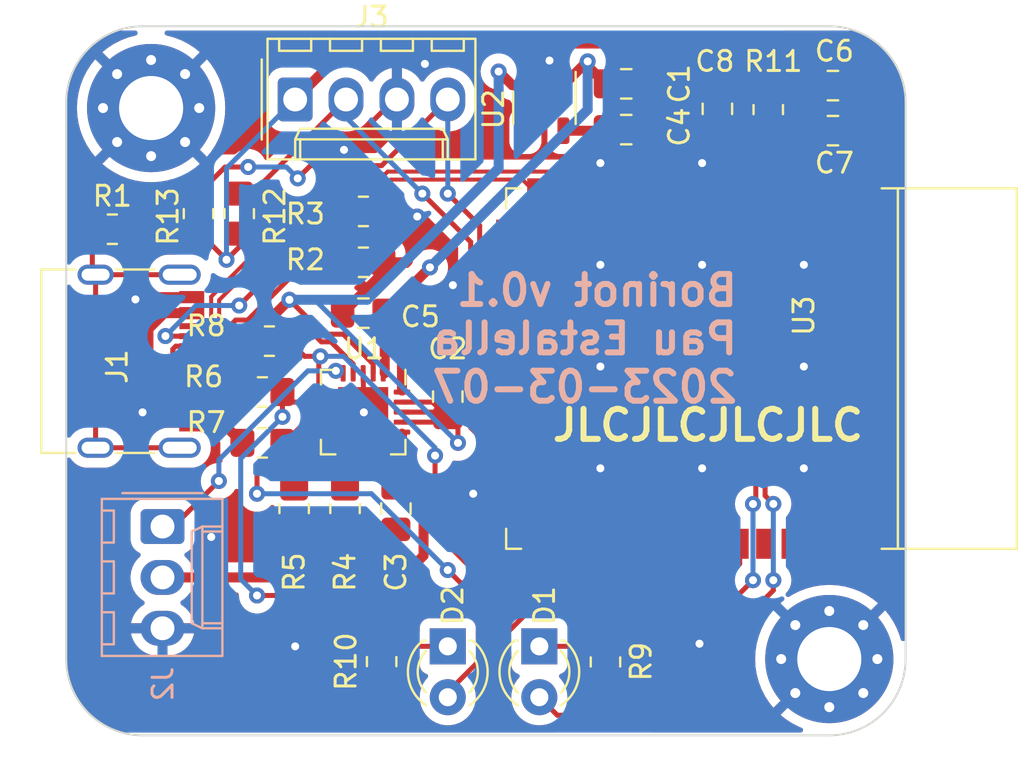
<source format=kicad_pcb>
(kicad_pcb (version 20221018) (generator pcbnew)
  (layers (0 "F.Cu" signal) (31 "B.Cu" signal) (34 "B.Paste" user) (35 "F.Paste" user) (36 "B.SilkS" user "B.Silkscreen") (37 "F.SilkS" user "F.Silkscreen") (38 "B.Mask" user) (39 "F.Mask" user) (44 "Edge.Cuts" user))
  (net 0 "")
  (net 1 "USB_5V")
  (net 2 "VBAT")
  (net 3 "VDD33")
  (net 4 "Net-(D1-K)")
  (net 5 "CHARGE")
  (net 6 "Net-(D2-K)")
  (net 7 "LOW_BAT")
  (net 8 "USB_DP")
  (net 9 "USB_DN")
  (net 12 "Net-(J1-SHIELD)")
  (net 13 "BAT_TEMP")
  (net 14 "ESP_SDA")
  (net 15 "ESP_SCL")
  (net 16 "BAT_PROG1")
  (net 17 "BAT_PROG3")
  (net 18 "BAT_STAT2")
  (net 19 "~{BAT_LBO}")
  (net 20 "~{BAT_PG}")
  (net 45 "GND")
  (net 50 "/ESP_EN")
  (net 51 "/USB_CC1")
  (net 52 "/USB_CC2")
  (net 53 "Net-(U2-VIN)")
  (footprint "Capacitor_SMD:C_0805_2012Metric_Pad1.18x1.45mm_HandSolder" (layer "F.Cu") (at 160.782 88.7315 90)
    (fp_text reference "C8")
    (fp_text value "1uF")
  )
  (footprint "LED_THT:LED_D3.0mm" (layer "F.Cu") (at 147.32 115.57 -90)
    (fp_text reference "D2")
    (fp_text value "LED")
  )
  (footprint "Capacitor_SMD:C_0805_2012Metric_Pad1.18x1.45mm_HandSolder" (layer "F.Cu") (at 166.5517 87.5718)
    (fp_text reference "C6")
    (fp_text value "22uF")
  )
  (footprint "Espressif:ESP32-S2-SOLO" (layer "F.Cu") (at 159.985 101.7 -90)
    (fp_text reference "U3")
    (fp_text value "~")
  )
  (footprint "Resistor_SMD:R_0805_2012Metric_Pad1.20x1.40mm_HandSolder" (layer "F.Cu") (at 130.572 94.742)
    (fp_text reference "R1")
    (fp_text value "1M")
  )
  (footprint "Resistor_SMD:R_0805_2012Metric_Pad1.20x1.40mm_HandSolder" (layer "F.Cu") (at 134.874 93.964 90)
    (fp_text reference "R13")
    (fp_text value "4k7")
  )
  (footprint "Capacitor_SMD:C_0805_2012Metric_Pad1.18x1.45mm_HandSolder" (layer "F.Cu") (at 144.7292 108.6905 -90)
    (fp_text reference "C3")
    (fp_text value "4.7uF")
  )
  (footprint "LED_THT:LED_D3.0mm" (layer "F.Cu") (at 151.892 115.57 -90)
    (fp_text reference "D1")
    (fp_text value "LED")
  )
  (footprint "Resistor_SMD:R_0805_2012Metric_Pad1.20x1.40mm_HandSolder" (layer "F.Cu") (at 139.6492 108.6905 -90)
    (fp_text reference "R5")
    (fp_text value "12k5")
  )
  (footprint "Capacitor_SMD:C_0805_2012Metric_Pad1.18x1.45mm_HandSolder" (layer "F.Cu") (at 166.5517 89.8198)
    (fp_text reference "C7")
    (fp_text value "0.1uF")
  )
  (footprint "Resistor_SMD:R_0805_2012Metric_Pad1.20x1.40mm_HandSolder" (layer "F.Cu") (at 138.065 102.87)
    (fp_text reference "R6")
    (fp_text value "470")
  )
  (footprint "MountingHole:MountingHole_3.2mm_M3_Pad_Via" (layer "F.Cu") (at 132.507056 88.692056)
    (fp_text reference "H1")
    (fp_text value "MountingHole_Pad")
  )
  (footprint "Package_DFN_QFN:QFN-20-1EP_4x4mm_P0.5mm_EP2.5x2.5mm" (layer "F.Cu") (at 143.096 103.8745 -90)
    (fp_text reference "U1")
    (fp_text value "MCP73871-2CC")
  )
  (footprint "Resistor_SMD:R_0805_2012Metric_Pad1.20x1.40mm_HandSolder" (layer "F.Cu") (at 144.018 116.332 -90)
    (fp_text reference "R10")
    (fp_text value "100")
  )
  (footprint "Resistor_SMD:R_0805_2012Metric_Pad1.20x1.40mm_HandSolder" (layer "F.Cu") (at 143.1075 96.393)
    (fp_text reference "R2")
    (fp_text value "5k11")
  )
  (footprint "Resistor_SMD:R_0805_2012Metric_Pad1.20x1.40mm_HandSolder" (layer "F.Cu") (at 142.1892 108.6905 -90)
    (fp_text reference "R4")
    (fp_text value "10k")
  )
  (footprint "Package_TO_SOT_SMD:SOT-23-5" (layer "F.Cu") (at 152.146 88.687 -90)
    (fp_text reference "U2")
    (fp_text value "~")
  )
  (footprint "Capacitor_SMD:C_0805_2012Metric_Pad1.18x1.45mm_HandSolder" (layer "F.Cu") (at 156.2315 87.483)
    (fp_text reference "C1")
    (fp_text value "1uF")
  )
  (footprint "Capacitor_SMD:C_0805_2012Metric_Pad1.18x1.45mm_HandSolder" (layer "F.Cu") (at 143.1075 98.933 180)
    (fp_text reference "C5")
    (fp_text value "4.7uF")
  )
  (footprint "Connector_Molex:Molex_KK-254_AE-6410-04A_1x04_P2.54mm_Vertical" (layer "F.Cu") (at 139.7 88.265)
    (fp_text reference "J3")
    (fp_text value "HumiditySensor")
  )
  (footprint "Resistor_SMD:R_0805_2012Metric_Pad1.20x1.40mm_HandSolder" (layer "F.Cu") (at 155.194 116.348 -90)
    (fp_text reference "R9")
    (fp_text value "100")
  )
  (footprint "Resistor_SMD:R_0805_2012Metric_Pad1.20x1.40mm_HandSolder" (layer "F.Cu") (at 136.906 93.964 90)
    (fp_text reference "R12")
    (fp_text value "4k7")
  )
  (footprint "Capacitor_SMD:C_0805_2012Metric_Pad1.18x1.45mm_HandSolder" (layer "F.Cu") (at 156.2315 89.769)
    (fp_text reference "C4")
    (fp_text value "1uF")
  )
  (footprint "Resistor_SMD:R_0805_2012Metric_Pad1.20x1.40mm_HandSolder" (layer "F.Cu") (at 138.414 100.33)
    (fp_text reference "R8")
    (fp_text value "470")
  )
  (footprint "Resistor_SMD:R_0805_2012Metric_Pad1.20x1.40mm_HandSolder" (layer "F.Cu") (at 163.322 88.769 -90)
    (fp_text reference "R11")
    (fp_text value "10k")
  )
  (footprint "MountingHole:MountingHole_3.2mm_M3_Pad_Via" (layer "F.Cu") (at 166.37 116.205)
    (fp_text reference "H2")
    (fp_text value "MountingHole_Pad")
  )
  (footprint "Resistor_SMD:R_0805_2012Metric_Pad1.20x1.40mm_HandSolder" (layer "F.Cu") (at 143.1075 93.853)
    (fp_text reference "R3")
    (fp_text value "5k11")
  )
  (footprint "Resistor_SMD:R_0805_2012Metric_Pad1.20x1.40mm_HandSolder" (layer "F.Cu") (at 138.065 105.41)
    (fp_text reference "R7")
    (fp_text value "470")
  )
  (footprint "Capacitor_SMD:C_0805_2012Metric_Pad1.18x1.45mm_HandSolder" (layer "F.Cu") (at 147.32 103.1025 90)
    (fp_text reference "C2")
    (fp_text value "10uF")
  )
  (footprint "Connector_USB:USB_C_Receptacle_G-Switch_GT-USB-7010ASV" (layer "F.Cu") (at 130.81 101.333 -90)
    (fp_text reference "J1")
    (fp_text value "USB_C_Receptacle_USB2.0")
  )
  (footprint "Connector_Molex:Molex_KK-254_AE-6410-03A_1x03_P2.54mm_Vertical" (layer "B.Cu") (at 133.076 109.588 -90)
    (fp_text reference "J2")
    (fp_text value "Battery")
  )
  (gr_line (start 128.270001 88.419077) (end 128.270001 116.205) (stroke (width 0.1)) (layer "Edge.Cuts"))
  (gr_line (start 132.08 120.014999) (end 166.37 120.014999) (stroke (width 0.1)) (layer "Edge.Cuts"))
  (gr_arc (start 170.18 116.205) (mid 169.064077 118.899077) (end 166.37 120.015) (stroke (width 0.1)) (layer "Edge.Cuts"))
  (gr_arc (start 166.37 84.609077) (mid 169.064077 85.725) (end 170.18 88.419077) (stroke (width 0.1)) (layer "Edge.Cuts"))
  (gr_line (start 170.18 88.419077) (end 170.18 116.205) (stroke (width 0.1)) (layer "Edge.Cuts"))
  (gr_arc (start 128.270001 88.419077) (mid 129.385924 85.725) (end 132.080001 84.609077) (stroke (width 0.1)) (layer "Edge.Cuts"))
  (gr_arc (start 132.08 120.015) (mid 129.385923 118.899077) (end 128.27 116.205) (stroke (width 0.1)) (layer "Edge.Cuts"))
  (gr_line (start 132.080001 84.609077) (end 166.37 84.609077) (stroke (width 0.1)) (layer "Edge.Cuts"))
  (gr_text "Borinot v0.1\nPau Estalella\n2023-03-07" (at 161.925 103.505) (layer "B.SilkS") (effects (font (size 1.5 1.5) (thickness 0.3) bold) (justify left bottom mirror)))
  (gr_text "JLCJLCJLCJLC" (at 152.4 105.41) (layer "F.SilkS") (effects (font (size 1.5 1.5) (thickness 0.3) bold) (justify left bottom)))
  (segment (start 137.414 102.521) (end 137.065 102.87) (width 0.5) (layer "F.Cu") (net 1))
  (segment (start 141.004321 100.364321) (end 141.483829 100.364321) (width 0.25) (layer "F.Cu") (net 1))
  (segment (start 141.131 99.983) (end 139.412381 98.264381) (width 0.25) (layer "F.Cu") (net 1))
  (segment (start 132.3735 99.724125) (end 132.3735 102.6915) (width 0.5) (layer "F.Cu") (net 1))
  (segment (start 143.596 101.476492) (end 142.102508 99.983) (width 0.25) (layer "F.Cu") (net 1))
  (segment (start 143.596 101.937) (end 143.596 101.476492) (width 0.25) (layer "F.Cu") (net 1))
  (segment (start 140.339 99.191) (end 140.339 99.699) (width 0.25) (layer "F.Cu") (net 1))
  (segment (start 139.412381 98.264381) (end 140.339 99.191) (width 0.25) (layer "F.Cu") (net 1))
  (segment (start 142.596 101.476492) (end 142.596 101.937) (width 0.25) (layer "F.Cu") (net 1))
  (segment (start 137.414 100.33) (end 137.414 100.262762) (width 0.5) (layer "F.Cu") (net 1))
  (segment (start 142.102508 99.983) (end 141.131 99.983) (width 0.25) (layer "F.Cu") (net 1))
  (segment (start 147.0545 103.8745) (end 147.32 104.14) (width 0.25) (layer "F.Cu") (net 1))
  (segment (start 136.202 103.733) (end 137.065 102.87) (width 0.5) (layer "F.Cu") (net 1))
  (segment (start 147.0855 104.3745) (end 147.32 104.14) (width 0.25) (layer "F.Cu") (net 1))
  (segment (start 133.415 103.733) (end 134.535 103.733) (width 0.5) (layer "F.Cu") (net 1))
  (segment (start 137.414 100.262762) (end 139.412381 98.264381) (width 0.5) (layer "F.Cu") (net 1))
  (segment (start 135.388 103.733) (end 137.065 105.41) (width 0.5) (layer "F.Cu") (net 1))
  (segment (start 133.164625 98.933) (end 132.3735 99.724125) (width 0.5) (layer "F.Cu") (net 1))
  (segment (start 145.0335 103.8745) (end 147.0545 103.8745) (width 0.25) (layer "F.Cu") (net 1))
  (segment (start 141.483829 100.364321) (end 142.596 101.476492) (width 0.25) (layer "F.Cu") (net 1))
  (segment (start 140.339 99.699) (end 141.004321 100.364321) (width 0.25) (layer "F.Cu") (net 1))
  (segment (start 147.828 104.648) (end 147.32 104.14) (width 0.25) (layer "F.Cu") (net 1))
  (segment (start 147.828 105.41) (end 147.828 104.648) (width 0.25) (layer "F.Cu") (net 1))
  (segment (start 151.196 87.5495) (end 150.5415 87.5495) (width 0.5) (layer "F.Cu") (net 1))
  (segment (start 134.535 98.933) (end 133.164625 98.933) (width 0.5) (layer "F.Cu") (net 1))
  (segment (start 145.0335 104.3745) (end 147.0855 104.3745) (width 0.25) (layer "F.Cu") (net 1))
  (segment (start 134.535 103.733) (end 135.388 103.733) (width 0.5) (layer "F.Cu") (net 1))
  (segment (start 134.535 103.733) (end 136.202 103.733) (width 0.5) (layer "F.Cu") (net 1))
  (segment (start 132.3735 102.6915) (end 133.415 103.733) (width 0.5) (layer "F.Cu") (net 1))
  (segment (start 145.0335 103.3745) (end 146.5545 103.3745) (width 0.25) (layer "F.Cu") (net 1))
  (segment (start 137.414 100.33) (end 137.414 102.521) (width 0.5) (layer "F.Cu") (net 1))
  (segment (start 150.5415 87.5495) (end 149.86 86.868) (width 0.5) (layer "F.Cu") (net 1))
  (segment (start 146.5545 103.3745) (end 147.32 104.14) (width 0.25) (layer "F.Cu") (net 1))
  (via (at 147.828 105.41) (size 0.8) (drill 0.4) (layers "F.Cu" "B.Cu") (net 1))
  (via (at 149.86 86.868) (size 0.8) (drill 0.4) (layers "F.Cu" "B.Cu") (net 1))
  (via (at 139.412381 98.264381) (size 0.8) (drill 0.4) (layers "F.Cu" "B.Cu") (net 1))
  (segment (start 149.86 86.868) (end 149.86 91.694) (width 0.5) (layer "B.Cu") (net 1))
  (segment (start 149.86 91.694) (end 143.289619 98.264381) (width 0.5) (layer "B.Cu") (net 1))
  (segment (start 147.828 105.41) (end 140.682381 98.264381) (width 0.25) (layer "B.Cu") (net 1))
  (segment (start 143.289619 98.264381) (end 139.412381 98.264381) (width 0.5) (layer "B.Cu") (net 1))
  (segment (start 140.682381 98.264381) (end 139.412381 98.264381) (width 0.25) (layer "B.Cu") (net 1))
  (segment (start 143.671 106.5948) (end 143.671 105.812) (width 0.5) (layer "F.Cu") (net 2))
  (segment (start 144.7292 107.653) (end 145.0335 107.3487) (width 0.5) (layer "F.Cu") (net 2))
  (segment (start 144.7292 107.653) (end 143.671 106.5948) (width 0.5) (layer "F.Cu") (net 2))
  (segment (start 145.3974 107.653) (end 144.7292 107.653) (width 0.5) (layer "F.Cu") (net 2))
  (segment (start 145.0335 107.3487) (end 145.0335 104.9495) (width 0.5) (layer "F.Cu") (net 2))
  (segment (start 144.096 107.0198) (end 144.7292 107.653) (width 0.5) (layer "F.Cu") (net 2))
  (segment (start 133.076 112.128) (end 145.0216 112.128) (width 0.5) (layer "F.Cu") (net 2))
  (segment (start 146.110499 111.039101) (end 146.110499 108.366099) (width 0.5) (layer "F.Cu") (net 2))
  (segment (start 144.096 105.812) (end 144.096 107.0198) (width 0.5) (layer "F.Cu") (net 2))
  (segment (start 146.110499 108.366099) (end 145.3974 107.653) (width 0.5) (layer "F.Cu") (net 2))
  (segment (start 145.0216 112.128) (end 146.110499 111.039101) (width 0.5) (layer "F.Cu") (net 2))
  (segment (start 166.975 92.95) (end 166.975 91.2806) (width 0.5) (layer "F.Cu") (net 3))
  (segment (start 158.611 88.062551) (end 160.313551 86.36) (width 0.5) (layer "F.Cu") (net 3))
  (segment (start 163.322 87.769) (end 165.317 87.769) (width 0.5) (layer "F.Cu") (net 3))
  (segment (start 136.906 94.964) (end 136.906 95.631) (width 0.25) (layer "F.Cu") (net 3))
  (segment (start 165.5142 87.5718) (end 165.5142 89.8198) (width 0.5) (layer "F.Cu") (net 3))
  (segment (start 136.906 95.631) (end 136.271 96.266) (width 0.25) (layer "F.Cu") (net 3))
  (segment (start 165.317 87.769) (end 165.5142 87.5718) (width 0.5) (layer "F.Cu") (net 3))
  (segment (start 134.874 94.964) (end 134.969 94.964) (width 0.25) (layer "F.Cu") (net 3))
  (segment (start 158.611 90.944) (end 158.611 88.062551) (width 0.5) (layer "F.Cu") (net 3))
  (segment (start 166.975 91.2806) (end 165.5142 89.8198) (width 0.5) (layer "F.Cu") (net 3))
  (segment (start 155.1385 89.8245) (end 155.194 89.769) (width 0.5) (layer "F.Cu") (net 3))
  (segment (start 134.969 94.964) (end 136.271 96.266) (width 0.25) (layer "F.Cu") (net 3))
  (segment (start 155.194 89.769) (end 156.369 90.944) (width 0.5) (layer "F.Cu") (net 3))
  (segment (start 162.179 86.36) (end 163.322 87.503) (width 0.5) (layer "F.Cu") (net 3))
  (segment (start 163.322 87.503) (end 163.322 87.769) (width 0.5) (layer "F.Cu") (net 3))
  (segment (start 139.7 88.265) (end 142.494 85.471) (width 0.5) (layer "F.Cu") (net 3))
  (segment (start 163.4134 85.471) (end 165.5142 87.5718) (width 0.5) (layer "F.Cu") (net 3))
  (segment (start 160.313551 86.36) (end 162.179 86.36) (width 0.5) (layer "F.Cu") (net 3))
  (segment (start 142.494 85.471) (end 163.4134 85.471) (width 0.5) (layer "F.Cu") (net 3))
  (segment (start 153.096 89.8245) (end 155.1385 89.8245) (width 0.5) (layer "F.Cu") (net 3))
  (segment (start 156.369 90.944) (end 158.611 90.944) (width 0.5) (layer "F.Cu") (net 3))
  (via (at 136.271 96.266) (size 0.8) (drill 0.4) (layers "F.Cu" "B.Cu") (net 3))
  (segment (start 136.271 91.694) (end 139.7 88.265) (width 0.25) (layer "B.Cu") (net 3))
  (segment (start 136.271 96.266) (end 136.271 91.694) (width 0.25) (layer "B.Cu") (net 3))
  (segment (start 154.972 115.57) (end 155.194 115.348) (width 0.25) (layer "F.Cu") (net 4))
  (segment (start 151.892 115.57) (end 154.972 115.57) (width 0.25) (layer "F.Cu") (net 4))
  (segment (start 151.892 118.11) (end 152.792 119.01) (width 0.25) (layer "F.Cu") (net 5))
  (segment (start 163.576 112.776) (end 163.576 112.268) (width 0.25) (layer "F.Cu") (net 5))
  (segment (start 152.792 119.01) (end 157.342 119.01) (width 0.25) (layer "F.Cu") (net 5))
  (segment (start 163.165 92.95) (end 163.165 108.047) (width 0.25) (layer "F.Cu") (net 5))
  (segment (start 163.165 108.047) (end 163.576 108.458) (width 0.25) (layer "F.Cu") (net 5))
  (segment (start 157.342 119.01) (end 163.576 112.776) (width 0.25) (layer "F.Cu") (net 5))
  (via (at 163.576 108.458) (size 0.8) (drill 0.4) (layers "F.Cu" "B.Cu") (net 5))
  (via (at 163.576 112.268) (size 0.8) (drill 0.4) (layers "F.Cu" "B.Cu") (net 5))
  (segment (start 163.576 108.458) (end 163.576 112.268) (width 0.25) (layer "B.Cu") (net 5))
  (segment (start 144.018 115.332) (end 144.256 115.57) (width 0.25) (layer "F.Cu") (net 6))
  (segment (start 144.256 115.57) (end 147.32 115.57) (width 0.25) (layer "F.Cu") (net 6))
  (segment (start 161.163 113.665) (end 162.56 112.268) (width 0.25) (layer "F.Cu") (net 7))
  (segment (start 151.511 113.665) (end 161.163 113.665) (width 0.25) (layer "F.Cu") (net 7))
  (segment (start 162.7 94.755) (end 162.7 108.322299) (width 0.25) (layer "F.Cu") (net 7))
  (segment (start 162.7 108.322299) (end 162.56 108.462299) (width 0.25) (layer "F.Cu") (net 7))
  (segment (start 161.895 93.95) (end 162.7 94.755) (width 0.25) (layer "F.Cu") (net 7))
  (segment (start 161.895 92.95) (end 161.895 93.95) (width 0.25) (layer "F.Cu") (net 7))
  (segment (start 147.32 118.11) (end 147.32 117.856) (width 0.25) (layer "F.Cu") (net 7))
  (segment (start 147.32 117.856) (end 151.511 113.665) (width 0.25) (layer "F.Cu") (net 7))
  (via (at 162.56 112.268) (size 0.8) (drill 0.4) (layers "F.Cu" "B.Cu") (net 7))
  (via (at 162.56 108.462299) (size 0.8) (drill 0.4) (layers "F.Cu" "B.Cu") (net 7))
  (segment (start 162.56 112.268) (end 162.56 108.462299) (width 0.25) (layer "B.Cu") (net 7))
  (segment (start 135.541369 101.083) (end 135.904981 100.719388) (width 0.2) (layer "F.Cu") (net 8))
  (segment (start 141.792593 92.391002) (end 144.359315 92.391002) (width 0.2) (layer "F.Cu") (net 8))
  (segment (start 151.049002 92.264002) (end 151.735 92.95) (width 0.2) (layer "F.Cu") (net 8))
  (segment (start 135.904981 98.278614) (end 141.792593 92.391002) (width 0.2) (layer "F.Cu") (net 8))
  (segment (start 144.486314 92.264002) (end 151.049002 92.264002) (width 0.2) (layer "F.Cu") (net 8))
  (segment (start 135.280016 102.083) (end 135.904981 101.458035) (width 0.25) (layer "F.Cu") (net 8))
  (segment (start 135.904981 101.458035) (end 135.904981 100.719388) (width 0.25) (layer "F.Cu") (net 8))
  (segment (start 144.359315 92.391002) (end 144.486314 92.264002) (width 0.2) (layer "F.Cu") (net 8))
  (segment (start 134.535 102.083) (end 135.280016 102.083) (width 0.25) (layer "F.Cu") (net 8))
  (segment (start 135.904981 100.719388) (end 135.904981 98.278614) (width 0.2) (layer "F.Cu") (net 8))
  (segment (start 134.535 101.083) (end 135.541369 101.083) (width 0.2) (layer "F.Cu") (net 8))
  (segment (start 133.615 101.583) (end 133.59 101.558) (width 0.25) (layer "F.Cu") (net 9))
  (segment (start 144.193835 91.991501) (end 144.320834 91.864501) (width 0.2) (layer "F.Cu") (net 9))
  (segment (start 135.504981 98.113634) (end 141.627114 91.991501) (width 0.2) (layer "F.Cu") (net 9))
  (segment (start 134.535 100.583) (end 135.405 100.583) (width 0.2) (layer "F.Cu") (net 9))
  (segment (start 133.59 101.558) (end 133.59 100.733598) (width 0.25) (layer "F.Cu") (net 9))
  (segment (start 135.504981 100.483019) (end 135.504981 98.113634) (width 0.2) (layer "F.Cu") (net 9))
  (segment (start 141.627114 91.991501) (end 144.193835 91.991501) (width 0.2) (layer "F.Cu") (net 9))
  (segment (start 144.320834 91.864501) (end 152.869501 91.864501) (width 0.2) (layer "F.Cu") (net 9))
  (segment (start 133.59 100.733598) (end 133.740598 100.583) (width 0.25) (layer "F.Cu") (net 9))
  (segment (start 134.535 101.583) (end 133.615 101.583) (width 0.25) (layer "F.Cu") (net 9))
  (segment (start 152.869501 91.864501) (end 153.005 92) (width 0.2) (layer "F.Cu") (net 9))
  (segment (start 153.005 92) (end 153.005 92.95) (width 0.2) (layer "F.Cu") (net 9))
  (segment (start 133.740598 100.583) (end 134.535 100.583) (width 0.25) (layer "F.Cu") (net 9))
  (segment (start 135.405 100.583) (end 135.504981 100.483019) (width 0.2) (layer "F.Cu") (net 9))
  (segment (start 133.935 97.013) (end 129.735 97.013) (width 0.25) (layer "F.Cu") (net 12))
  (segment (start 129.572 94.742) (end 129.572 96.85) (width 0.25) (layer "F.Cu") (net 12))
  (segment (start 133.935 105.653) (end 129.735 105.653) (width 0.25) (layer "F.Cu") (net 12))
  (segment (start 129.735 105.653) (end 129.735 97.013) (width 0.25) (layer "F.Cu") (net 12))
  (segment (start 129.572 96.85) (end 129.735 97.013) (width 0.25) (layer "F.Cu") (net 12))
  (segment (start 141.972821 101.813821) (end 141.73213 101.813821) (width 0.25) (layer "F.Cu") (net 13))
  (segment (start 133.076 109.588) (end 133.617 109.588) (width 0.25) (layer "F.Cu") (net 13))
  (segment (start 133.617 109.588) (end 135.89 107.315) (width 0.25) (layer "F.Cu") (net 13))
  (segment (start 142.096 101.937) (end 141.972821 101.813821) (width 0.25) (layer "F.Cu") (net 13))
  (via (at 135.89 107.315) (size 0.8) (drill 0.4) (layers "F.Cu" "B.Cu") (net 13))
  (via (at 141.73213 101.813821) (size 0.8) (drill 0.4) (layers "F.Cu" "B.Cu") (net 13))
  (segment (start 140.336374 101.813821) (end 141.73213 101.813821) (width 0.25) (layer "B.Cu") (net 13))
  (segment (start 135.89 106.260195) (end 140.336374 101.813821) (width 0.25) (layer "B.Cu") (net 13))
  (segment (start 135.89 107.315) (end 135.89 106.260195) (width 0.25) (layer "B.Cu") (net 13))
  (segment (start 149.485 104.875) (end 148.912501 104.302501) (width 0.25) (layer "F.Cu") (net 14))
  (segment (start 148.912501 104.302501) (end 148.912501 94.556501) (width 0.25) (layer "F.Cu") (net 14))
  (segment (start 140.462 91.567) (end 144.018 91.567) (width 0.25) (layer "F.Cu") (net 14))
  (segment (start 150.485 104.875) (end 149.485 104.875) (width 0.25) (layer "F.Cu") (net 14))
  (segment (start 134.874 92.964) (end 136.2032 91.6348) (width 0.25) (layer "F.Cu") (net 14))
  (segment (start 144.018 91.567) (end 147.32 88.265) (width 0.25) (layer "F.Cu") (net 14))
  (segment (start 136.2032 91.6348) (end 137.3548 91.6348) (width 0.25) (layer "F.Cu") (net 14))
  (segment (start 148.912501 94.556501) (end 147.32 92.964) (width 0.25) (layer "F.Cu") (net 14))
  (segment (start 139.827 92.202) (end 140.462 91.567) (width 0.25) (layer "F.Cu") (net 14))
  (via (at 139.827 92.202) (size 0.8) (drill 0.4) (layers "F.Cu" "B.Cu") (net 14))
  (via (at 137.3548 91.6348) (size 0.8) (drill 0.4) (layers "F.Cu" "B.Cu") (net 14))
  (via (at 147.32 92.964) (size 0.8) (drill 0.4) (layers "F.Cu" "B.Cu") (net 14))
  (segment (start 139.2598 91.6348) (end 137.3548 91.6348) (width 0.25) (layer "B.Cu") (net 14))
  (segment (start 147.32 92.964) (end 147.32 88.265) (width 0.25) (layer "B.Cu") (net 14))
  (segment (start 139.827 92.202) (end 139.2598 91.6348) (width 0.25) (layer "B.Cu") (net 14))
  (segment (start 148.463 104.648) (end 148.463 95.377) (width 0.25) (layer "F.Cu") (net 15))
  (segment (start 150.485 106.145) (end 149.96 106.145) (width 0.25) (layer "F.Cu") (net 15))
  (segment (start 148.463 95.377) (end 146.05 92.964) (width 0.25) (layer "F.Cu") (net 15))
  (segment (start 149.96 106.145) (end 148.463 104.648) (width 0.25) (layer "F.Cu") (net 15))
  (segment (start 136.906 92.964) (end 137.541 92.964) (width 0.25) (layer "F.Cu") (net 15))
  (segment (start 137.541 92.964) (end 142.24 88.265) (width 0.25) (layer "F.Cu") (net 15))
  (via (at 146.05 92.964) (size 0.8) (drill 0.4) (layers "F.Cu" "B.Cu") (net 15))
  (segment (start 142.24 89.154) (end 142.24 88.265) (width 0.25) (layer "B.Cu") (net 15))
  (segment (start 146.05 92.964) (end 142.24 89.154) (width 0.25) (layer "B.Cu") (net 15))
  (segment (start 142.1892 107.6905) (end 143.096 106.7837) (width 0.25) (layer "F.Cu") (net 16))
  (segment (start 143.096 106.7837) (end 143.096 105.812) (width 0.25) (layer "F.Cu") (net 16))
  (segment (start 142.596 106.4256) (end 142.596 105.812) (width 0.25) (layer "F.Cu") (net 17))
  (segment (start 140.7902 106.5495) (end 142.4721 106.5495) (width 0.25) (layer "F.Cu") (net 17))
  (segment (start 142.4721 106.5495) (end 142.596 106.4256) (width 0.25) (layer "F.Cu") (net 17))
  (segment (start 139.6492 107.6905) (end 140.7902 106.5495) (width 0.25) (layer "F.Cu") (net 17))
  (segment (start 141.1585 103.3745) (end 139.5695 103.3745) (width 0.25) (layer "F.Cu") (net 18))
  (segment (start 139.065 102.87) (end 139.065 104.1105) (width 0.25) (layer "F.Cu") (net 18))
  (segment (start 160.315 113.03) (end 161.895 111.45) (width 0.25) (layer "F.Cu") (net 18))
  (segment (start 161.895 111.45) (end 161.895 110.45) (width 0.25) (layer "F.Cu") (net 18))
  (segment (start 139.5695 103.3745) (end 139.065 102.87) (width 0.25) (layer "F.Cu") (net 18))
  (segment (start 137.795 113.03) (end 160.315 113.03) (width 0.25) (layer "F.Cu") (net 18))
  (via (at 137.795 113.03) (size 0.8) (drill 0.4) (layers "F.Cu" "B.Cu") (net 18))
  (via (at 139.065 104.1105) (size 0.8) (drill 0.4) (layers "F.Cu" "B.Cu") (net 18))
  (segment (start 136.9805 106.195) (end 136.9805 112.2155) (width 0.25) (layer "B.Cu") (net 18))
  (segment (start 136.9805 112.2155) (end 137.795 113.03) (width 0.25) (layer "B.Cu") (net 18))
  (segment (start 139.065 104.1105) (end 136.9805 106.195) (width 0.25) (layer "B.Cu") (net 18))
  (segment (start 139.065 105.41) (end 137.795 106.68) (width 0.25) (layer "F.Cu") (net 19))
  (segment (start 137.795 106.68) (end 137.795 107.95) (width 0.25) (layer "F.Cu") (net 19))
  (segment (start 160.625 111.45) (end 160.625 110.45) (width 0.25) (layer "F.Cu") (net 19))
  (segment (start 147.32 111.76) (end 147.955 112.395) (width 0.25) (layer "F.Cu") (net 19))
  (segment (start 139.162492 105.41) (end 140.697992 103.8745) (width 0.25) (layer "F.Cu") (net 19))
  (segment (start 140.697992 103.8745) (end 141.1585 103.8745) (width 0.25) (layer "F.Cu") (net 19))
  (segment (start 159.68 112.395) (end 160.625 111.45) (width 0.25) (layer "F.Cu") (net 19))
  (segment (start 139.065 105.41) (end 139.162492 105.41) (width 0.25) (layer "F.Cu") (net 19))
  (segment (start 147.955 112.395) (end 159.68 112.395) (width 0.25) (layer "F.Cu") (net 19))
  (via (at 137.795 107.95) (size 0.8) (drill 0.4) (layers "F.Cu" "B.Cu") (net 19))
  (via (at 147.32 111.76) (size 0.8) (drill 0.4) (layers "F.Cu" "B.Cu") (net 19))
  (segment (start 143.51 107.95) (end 147.32 111.76) (width 0.25) (layer "B.Cu") (net 19))
  (segment (start 137.795 107.95) (end 143.51 107.95) (width 0.25) (layer "B.Cu") (net 19))
  (segment (start 140.88 102.596) (end 140.88 101.168043) (width 0.25) (layer "F.Cu") (net 20))
  (segment (start 139.414 100.33) (end 140.173321 101.089321) (width 0.25) (layer "F.Cu") (net 20))
  (segment (start 158.74862 111.76) (end 148.59 111.76) (width 0.25) (layer "F.Cu") (net 20))
  (segment (start 141.1585 102.8745) (end 140.88 102.596) (width 0.25) (layer "F.Cu") (net 20))
  (segment (start 159.355 111.15362) (end 158.74862 111.76) (width 0.25) (layer "F.Cu") (net 20))
  (segment (start 146.685 109.855) (end 146.685 106.045) (width 0.25) (layer "F.Cu") (net 20))
  (segment (start 148.59 111.76) (end 146.685 109.855) (width 0.25) (layer "F.Cu") (net 20))
  (segment (start 159.355 110.45) (end 159.355 111.15362) (width 0.25) (layer "F.Cu") (net 20))
  (segment (start 140.88 101.168043) (end 140.958722 101.089321) (width 0.25) (layer "F.Cu") (net 20))
  (segment (start 140.173321 101.089321) (end 140.958722 101.089321) (width 0.25) (layer "F.Cu") (net 20))
  (via (at 146.685 106.045) (size 0.8) (drill 0.4) (layers "F.Cu" "B.Cu") (net 20))
  (via (at 140.958722 101.089321) (size 0.8) (drill 0.4) (layers "F.Cu" "B.Cu") (net 20))
  (segment (start 146.685 105.655402) (end 142.118919 101.089321) (width 0.25) (layer "B.Cu") (net 20))
  (segment (start 142.118919 101.089321) (end 140.958722 101.089321) (width 0.25) (layer "B.Cu") (net 20))
  (segment (start 146.685 106.045) (end 146.685 105.655402) (width 0.25) (layer "B.Cu") (net 20))
  (segment (start 142.096 105.812) (end 142.096 104.8745) (width 0.25) (layer "F.Cu") (net 45))
  (segment (start 144.653 88.265) (end 144.78 88.265) (width 0.25) (layer "F.Cu") (net 45))
  (segment (start 144.1075 93.853) (end 144.1075 96.393) (width 0.5) (layer "F.Cu") (net 45))
  (segment (start 139.6492 109.6905) (end 142.1892 109.6905) (width 0.5) (layer "F.Cu") (net 45))
  (segment (start 144.1075 96.8955) (end 142.07 98.933) (width 0.5) (layer "F.Cu") (net 45))
  (segment (start 143.129 103.886) (end 143.096 103.8745) (width 0.25) (layer "F.Cu") (net 45))
  (segment (start 159.607 91.027) (end 159.607 88.869) (width 0.5) (layer "F.Cu") (net 45))
  (segment (start 160.02 91.44) (end 159.607 91.027) (width 0.5) (layer "F.Cu") (net 45))
  (segment (start 141.1585 104.8745) (end 142.096 104.8745) (width 0.25) (layer "F.Cu") (net 45))
  (segment (start 159.607 88.869) (end 160.782 87.694) (width 0.5) (layer "F.Cu") (net 45))
  (segment (start 132.727 104.533) (end 132.08 103.886) (width 0.25) (layer "F.Cu") (net 45))
  (segment (start 142.096 104.8745) (end 143.096 103.8745) (width 0.25) (layer "F.Cu") (net 45))
  (segment (start 152.4 87.2955) (end 152.146 87.5495) (width 0.25) (layer "F.Cu") (net 45))
  (segment (start 144.6917 109.6905) (end 144.7292 109.728) (width 0.5) (layer "F.Cu") (net 45))
  (segment (start 141.1585 104.3745) (end 142.596 104.3745) (width 0.25) (layer "F.Cu") (net 45))
  (segment (start 142.1384 90.7796) (end 144.653 88.265) (width 0.25) (layer "F.Cu") (net 45))
  (segment (start 142.1892 109.6905) (end 144.6917 109.6905) (width 0.5) (layer "F.Cu") (net 45))
  (segment (start 152.4 86.3205) (end 152.4 87.2955) (width 0.25) (layer "F.Cu") (net 45))
  (segment (start 134.535 104.533) (end 132.727 104.533) (width 0.25) (layer "F.Cu") (net 45))
  (segment (start 142.596 104.3745) (end 143.096 103.8745) (width 0.25) (layer "F.Cu") (net 45))
  (segment (start 131.8386 98.133) (end 131.7244 98.2472) (width 0.5) (layer "F.Cu") (net 45))
  (segment (start 143.096 101.937) (end 143.129 103.886) (width 0.25) (layer "F.Cu") (net 45))
  (segment (start 134.535 98.133) (end 131.8386 98.133) (width 0.5) (layer "F.Cu") (net 45))
  (segment (start 157.269 87.483) (end 157.269 89.769) (width 0.5) (layer "F.Cu") (net 45))
  (segment (start 144.1075 96.393) (end 144.1075 96.8955) (width 0.5) (layer "F.Cu") (net 45))
  (via (at 139.7 115.57) (size 0.8) (drill 0.4) (layers "F.Cu" "B.Cu") (net 45))
  (via (at 152.4 86.3205) (size 0.8) (drill 0.4) (layers "F.Cu" "B.Cu") (net 45))
  (via (at 165.1 101.6) (size 0.8) (drill 0.4) (layers "F.Cu" "B.Cu") (net 45))
  (via (at 154.94 96.52) (size 0.8) (drill 0.4) (layers "F.Cu" "B.Cu") (net 45))
  (via (at 132.08 103.886) (size 0.8) (drill 0.4) (layers "F.Cu" "B.Cu") (net 45))
  (via (at 147.574 97.536) (size 0.8) (drill 0.4) (layers "F.Cu" "B.Cu") (net 45))
  (via (at 165.1 106.68) (size 0.8) (drill 0.4) (layers "F.Cu" "B.Cu") (net 45))
  (via (at 131.7244 98.2472) (size 0.8) (drill 0.4) (layers "F.Cu" "B.Cu") (net 45))
  (via (at 159.888701 115.438701) (size 0.8) (drill 0.4) (layers "F.Cu" "B.Cu") (net 45))
  (via (at 143.129 103.886) (size 0.8) (drill 0.4) (layers "F.Cu" "B.Cu") (net 45))
  (via (at 154.94 91.44) (size 0.8) (drill 0.4) (layers "F.Cu" "B.Cu") (net 45))
  (via (at 165.1 96.52) (size 0.8) (drill 0.4) (layers "F.Cu" "B.Cu") (net 45))
  (via (at 160.02 106.68) (size 0.8) (drill 0.4) (layers "F.Cu" "B.Cu") (net 45))
  (via (at 146.177 86.487) (size 0.8) (drill 0.4) (layers "F.Cu" "B.Cu") (net 45))
  (via (at 160.02 96.52) (size 0.8) (drill 0.4) (layers "F.Cu" "B.Cu") (net 45))
  (via (at 148.59 107.95) (size 0.8) (drill 0.4) (layers "F.Cu" "B.Cu") (net 45))
  (via (at 154.94 106.68) (size 0.8) (drill 0.4) (layers "F.Cu" "B.Cu") (net 45))
  (via (at 160.02 91.44) (size 0.8) (drill 0.4) (layers "F.Cu" "B.Cu") (net 45))
  (via (at 145.796 94.107) (size 0.8) (drill 0.4) (layers "F.Cu" "B.Cu") (net 45))
  (via (at 154.94 101.6) (size 0.8) (drill 0.4) (layers "F.Cu" "B.Cu") (net 45))
  (via (at 135.509 110.109) (size 0.8) (drill 0.4) (layers "F.Cu" "B.Cu") (net 45))
  (via (at 142.1384 90.7796) (size 0.8) (drill 0.4) (layers "F.Cu" "B.Cu") (net 45))
  (segment (start 163.322 89.769) (end 165.705 92.152) (width 0.25) (layer "F.Cu") (net 50))
  (segment (start 160.782 89.769) (end 163.322 89.769) (width 0.25) (layer "F.Cu") (net 50))
  (segment (start 165.705 92.152) (end 165.705 92.95) (width 0.25) (layer "F.Cu") (net 50))
  (segment (start 136.906 98.552) (end 141.605 93.853) (width 0.25) (layer "F.Cu") (net 51))
  (segment (start 141.605 93.853) (end 142.1075 93.853) (width 0.25) (layer "F.Cu") (net 51))
  (segment (start 134.535 100.083) (end 133.23 100.083) (width 0.25) (layer "F.Cu") (net 51))
  (segment (start 133.23 100.083) (end 133.223 100.076) (width 0.25) (layer "F.Cu") (net 51))
  (via (at 136.906 98.552) (size 0.8) (drill 0.4) (layers "F.Cu" "B.Cu") (net 51))
  (via (at 133.223 100.076) (size 0.8) (drill 0.4) (layers "F.Cu" "B.Cu") (net 51))
  (segment (start 134.747 98.552) (end 136.906 98.552) (width 0.25) (layer "B.Cu") (net 51))
  (segment (start 133.223 100.076) (end 134.747 98.552) (width 0.25) (layer "B.Cu") (net 51))
  (segment (start 136.732902 99.2765) (end 137.333098 99.2765) (width 0.25) (layer "F.Cu") (net 52))
  (segment (start 140.216598 96.393) (end 142.1075 96.393) (width 0.25) (layer "F.Cu") (net 52))
  (segment (start 134.535 103.083) (end 135.455 103.083) (width 0.25) (layer "F.Cu") (net 52))
  (segment (start 136.017353 101.981353) (end 136.398 101.600706) (width 0.25) (layer "F.Cu") (net 52))
  (segment (start 136.398 101.600706) (end 136.398 99.611402) (width 0.25) (layer "F.Cu") (net 52))
  (segment (start 135.455 103.083) (end 136.017353 102.520647) (width 0.25) (layer "F.Cu") (net 52))
  (segment (start 136.017353 102.520647) (end 136.017353 101.981353) (width 0.25) (layer "F.Cu") (net 52))
  (segment (start 137.333098 99.2765) (end 140.216598 96.393) (width 0.25) (layer "F.Cu") (net 52))
  (segment (start 136.398 99.611402) (end 136.732902 99.2765) (width 0.25) (layer "F.Cu") (net 52))
  (segment (start 154.305 86.36) (end 154.2855 86.36) (width 0.5) (layer "F.Cu") (net 53))
  (segment (start 144.145 98.933) (end 144.171 98.959) (width 0.5) (layer "F.Cu") (net 53))
  (segment (start 145.0335 99.8215) (end 145.0335 102.7995) (width 0.5) (layer "F.Cu") (net 53))
  (segment (start 154.305 86.36) (end 154.305 86.594) (width 0.5) (layer "F.Cu") (net 53))
  (segment (start 144.171 98.959) (end 144.171 101.937) (width 0.5) (layer "F.Cu") (net 53))
  (segment (start 154.2855 86.36) (end 153.096 87.5495) (width 0.5) (layer "F.Cu") (net 53))
  (segment (start 144.145 98.933) (end 145.0335 99.8215) (width 0.5) (layer "F.Cu") (net 53))
  (segment (start 154.305 86.594) (end 155.194 87.483) (width 0.5) (layer "F.Cu") (net 53))
  (segment (start 144.145 98.933) (end 146.431 96.647) (width 0.5) (layer "F.Cu") (net 53))
  (via (at 154.305 86.36) (size 0.8) (drill 0.4) (layers "F.Cu" "B.Cu") (net 53))
  (via (at 146.431 96.647) (size 0.8) (drill 0.4) (layers "F.Cu" "B.Cu") (net 53))
  (segment (start 154.305 86.36) (end 154.305 88.773) (width 0.5) (layer "B.Cu") (net 53))
  (segment (start 154.305 88.773) (end 146.431 96.647) (width 0.5) (layer "B.Cu") (net 53))
  (zone (net 45) (net_name "GND") (layers "F&B.Cu") (connect_pads (clearance 0.5)) (min_thickness 0.25) (fill yes (thermal_gap 0.5) (thermal_bridge_width 0.5))
    (polygon (pts (xy 127.742 84.823) (xy 170.287 84.823) (xy 170.287 119.875) (xy 127.742 119.875)))
  )
)
</source>
